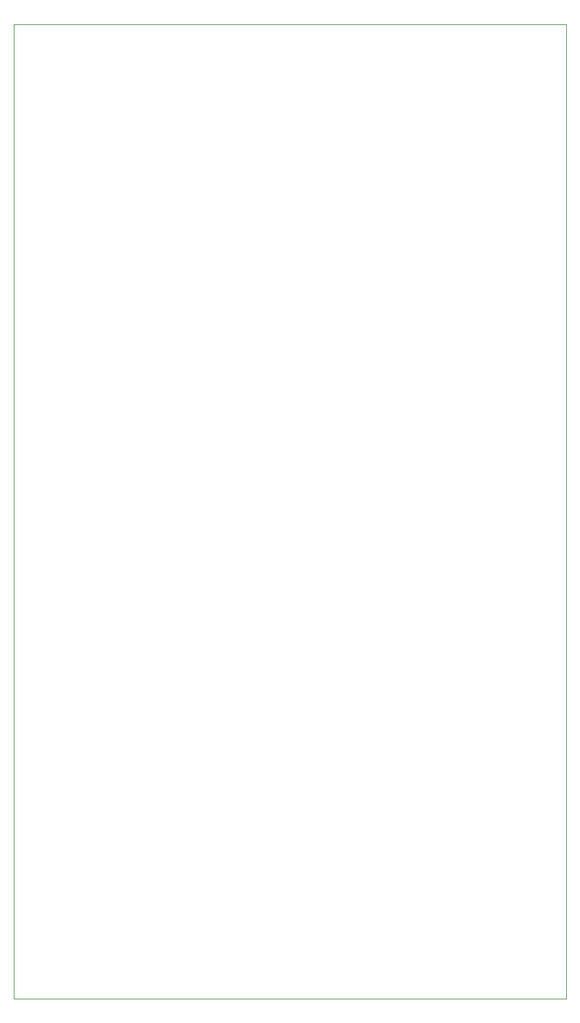
<source format=gm1>
G04 #@! TF.GenerationSoftware,KiCad,Pcbnew,(6.0.5)*
G04 #@! TF.CreationDate,2023-06-10T16:45:34-04:00*
G04 #@! TF.ProjectId,CaelusRocketPCB,4361656c-7573-4526-9f63-6b6574504342,rev?*
G04 #@! TF.SameCoordinates,Original*
G04 #@! TF.FileFunction,Profile,NP*
%FSLAX46Y46*%
G04 Gerber Fmt 4.6, Leading zero omitted, Abs format (unit mm)*
G04 Created by KiCad (PCBNEW (6.0.5)) date 2023-06-10 16:45:34*
%MOMM*%
%LPD*%
G01*
G04 APERTURE LIST*
G04 #@! TA.AperFunction,Profile*
%ADD10C,0.050000*%
G04 #@! TD*
G04 APERTURE END LIST*
D10*
X132058000Y-76104000D02*
X203250000Y-76104000D01*
X203250000Y-76104000D02*
X203250000Y-201650000D01*
X203250000Y-201650000D02*
X132058000Y-201650000D01*
X132058000Y-201650000D02*
X132058000Y-76104000D01*
M02*

</source>
